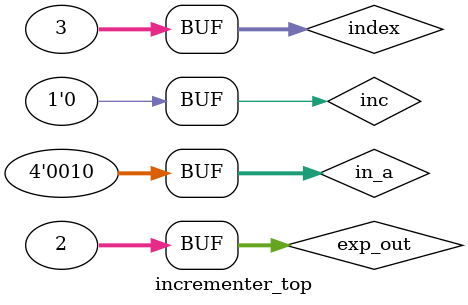
<source format=v>
`timescale 1ns/1ns          // set a realistic time scale for the simulation

module incrementer_top();

reg [3:0]in_a;              // the a input to the circuit
reg inc;                    // the inc input to the circuit
wire [3:0] sum;             // the y output
wire cry;                   // the cry output

integer index;              // index into the input/output arrays
integer exp_out;            // expected output

initial    // all initial blocks run at start up...
begin
   inc = 1'b1;                                      // set the INC bit so it counts
   for ( index = 0 ; index < 16 ; index = index+1 ) // walk through the values
   begin
      in_a = index[3:0];            // the value to increment
      exp_out = index+1;            // the expected output value

      #10;                                // wait for propagation
      if ( sum != exp_out[3:0] )          // did we get what was expected?
         $display("Output mismatch when incrementing for\nentry ",index," expected ",
                  exp_out[3:0]," but got a sum of ",sum);
      if ( cry != exp_out[4] )            // did we get what was expected?
         $display("Output mismatch when incrementing for\nentry ",index," expected ",
                  exp_out[4]," but got a cry of ",cry);
   end

   inc = 1'b0;     // make sure it doesn't count...
   for ( index = 0 ; index < 3 ; index = index+1 ) // walk through the values
   begin
      in_a = index[3:0];            // the value to increment
      exp_out = in_a;               // the expected output value

      #10;                                // wait for propagation
      if ( sum != exp_out[3:0] )          // did we get what was expected?
         $display("Output mismatch when not incrementing for\nentry ",index," expected ",
                  exp_out[3:0]," but got a sum of ",sum);
      if ( cry != 1'b0 )                  // did we get what was expected?
         $display("Output mismatch when not incrementing for\nentry ",index," expected ",
                  exp_out[4]," but got a cry of ",cry);
   end

end

// this instantiates your design
incrementer incrementer(.a(in_a),.inc(inc),.y(sum),.cry(cry)); 

// dump the output to a VCD file so the waveform viewer can create the display
initial
begin
   $dumpfile("incrementer_waves.vcd"); // the name of the output file containing the waves
   $dumpvars(0,incrementer);           // 0 dumps all signals from incrementer down
end

endmodule

</source>
